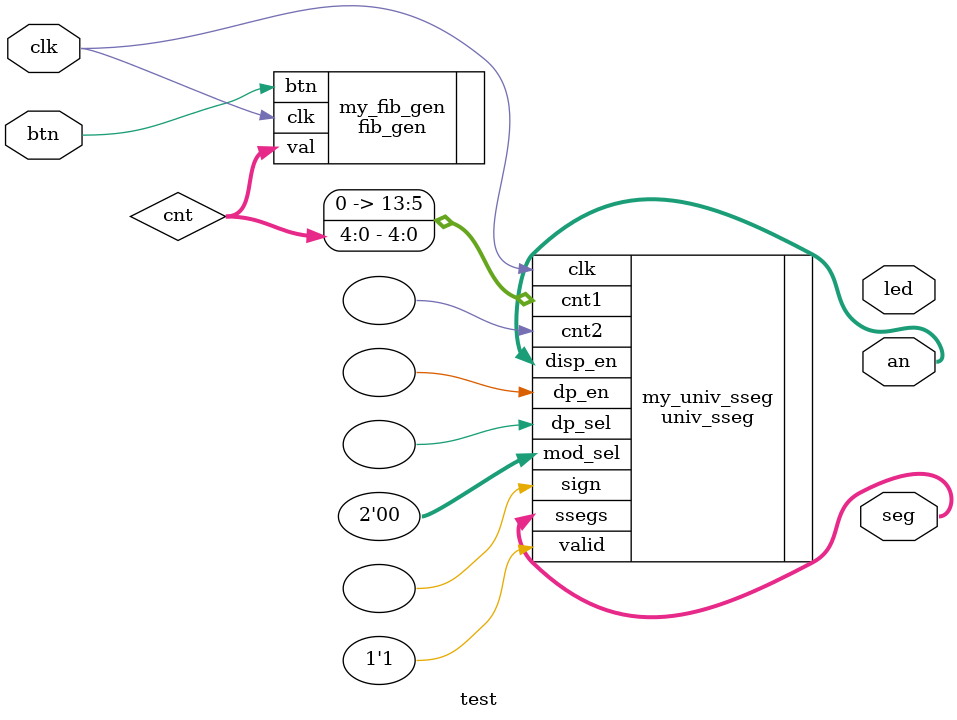
<source format=v>
`timescale 1ns / 1ps


module test(
    input btn,
    input clk,
    output [7:0] seg,
    output [3:0] an,
    output led
    );
    
    wire [4:0] cnt;
    

   fib_gen my_fib_gen(
     .btn(btn), .clk(clk), .val(cnt)
   ); 
 
          
          
  univ_sseg my_univ_sseg (
     .cnt1    ({9'b000000000, cnt}), 
     .cnt2    (), 
     .valid   (1'b1), 
     .dp_en   (), 
     .dp_sel  (), 
     .mod_sel (2'b00), 
     .sign    (), 
     .clk     (clk), 
     .ssegs   (seg), 
     .disp_en (an)    ); 
    
    
endmodule

</source>
